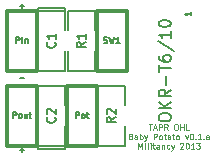
<source format=gto>
G04 (created by PCBNEW (2013-may-18)-stable) date Tue 01 Oct 2013 11:13:52 PM CDT*
%MOIN*%
G04 Gerber Fmt 3.4, Leading zero omitted, Abs format*
%FSLAX34Y34*%
G01*
G70*
G90*
G04 APERTURE LIST*
%ADD10C,0.006*%
%ADD11C,0.005*%
%ADD12C,0.00475*%
%ADD13C,0.012*%
%ADD14C,0.00590551*%
G04 APERTURE END LIST*
G54D10*
G54D11*
X14530Y-7292D02*
X14530Y-7407D01*
X14530Y-7350D02*
X14330Y-7350D01*
X14359Y-7369D01*
X14378Y-7388D01*
X14388Y-7407D01*
G54D12*
X13125Y-11036D02*
X13234Y-11036D01*
X13180Y-11226D02*
X13180Y-11036D01*
X13288Y-11172D02*
X13379Y-11172D01*
X13270Y-11226D02*
X13334Y-11036D01*
X13397Y-11226D01*
X13460Y-11226D02*
X13460Y-11036D01*
X13533Y-11036D01*
X13551Y-11045D01*
X13560Y-11055D01*
X13569Y-11073D01*
X13569Y-11100D01*
X13560Y-11118D01*
X13551Y-11127D01*
X13533Y-11136D01*
X13460Y-11136D01*
X13759Y-11226D02*
X13695Y-11136D01*
X13650Y-11226D02*
X13650Y-11036D01*
X13723Y-11036D01*
X13741Y-11045D01*
X13750Y-11055D01*
X13759Y-11073D01*
X13759Y-11100D01*
X13750Y-11118D01*
X13741Y-11127D01*
X13723Y-11136D01*
X13650Y-11136D01*
X14021Y-11036D02*
X14057Y-11036D01*
X14075Y-11045D01*
X14094Y-11064D01*
X14103Y-11100D01*
X14103Y-11163D01*
X14094Y-11199D01*
X14075Y-11217D01*
X14057Y-11226D01*
X14021Y-11226D01*
X14003Y-11217D01*
X13985Y-11199D01*
X13976Y-11163D01*
X13976Y-11100D01*
X13985Y-11064D01*
X14003Y-11045D01*
X14021Y-11036D01*
X14184Y-11226D02*
X14184Y-11036D01*
X14184Y-11127D02*
X14293Y-11127D01*
X14293Y-11226D02*
X14293Y-11036D01*
X14474Y-11226D02*
X14383Y-11226D01*
X14383Y-11036D01*
X12533Y-11440D02*
X12560Y-11449D01*
X12569Y-11458D01*
X12578Y-11477D01*
X12578Y-11504D01*
X12569Y-11522D01*
X12560Y-11531D01*
X12542Y-11540D01*
X12470Y-11540D01*
X12470Y-11350D01*
X12533Y-11350D01*
X12551Y-11359D01*
X12560Y-11368D01*
X12569Y-11386D01*
X12569Y-11404D01*
X12560Y-11422D01*
X12551Y-11431D01*
X12533Y-11440D01*
X12470Y-11440D01*
X12741Y-11540D02*
X12741Y-11440D01*
X12732Y-11422D01*
X12714Y-11413D01*
X12678Y-11413D01*
X12660Y-11422D01*
X12741Y-11531D02*
X12723Y-11540D01*
X12678Y-11540D01*
X12660Y-11531D01*
X12650Y-11513D01*
X12650Y-11495D01*
X12660Y-11477D01*
X12678Y-11468D01*
X12723Y-11468D01*
X12741Y-11458D01*
X12831Y-11540D02*
X12831Y-11350D01*
X12831Y-11422D02*
X12850Y-11413D01*
X12886Y-11413D01*
X12904Y-11422D01*
X12913Y-11431D01*
X12922Y-11449D01*
X12922Y-11504D01*
X12913Y-11522D01*
X12904Y-11531D01*
X12886Y-11540D01*
X12850Y-11540D01*
X12831Y-11531D01*
X12985Y-11413D02*
X13030Y-11540D01*
X13076Y-11413D02*
X13030Y-11540D01*
X13012Y-11585D01*
X13003Y-11594D01*
X12985Y-11603D01*
X13293Y-11540D02*
X13293Y-11350D01*
X13365Y-11350D01*
X13383Y-11359D01*
X13392Y-11368D01*
X13401Y-11386D01*
X13401Y-11413D01*
X13392Y-11431D01*
X13383Y-11440D01*
X13365Y-11449D01*
X13293Y-11449D01*
X13510Y-11540D02*
X13492Y-11531D01*
X13483Y-11522D01*
X13474Y-11504D01*
X13474Y-11449D01*
X13483Y-11431D01*
X13492Y-11422D01*
X13510Y-11413D01*
X13537Y-11413D01*
X13555Y-11422D01*
X13564Y-11431D01*
X13573Y-11449D01*
X13573Y-11504D01*
X13564Y-11522D01*
X13555Y-11531D01*
X13537Y-11540D01*
X13510Y-11540D01*
X13628Y-11413D02*
X13700Y-11413D01*
X13655Y-11350D02*
X13655Y-11513D01*
X13664Y-11531D01*
X13682Y-11540D01*
X13700Y-11540D01*
X13845Y-11540D02*
X13845Y-11440D01*
X13836Y-11422D01*
X13818Y-11413D01*
X13781Y-11413D01*
X13763Y-11422D01*
X13845Y-11531D02*
X13827Y-11540D01*
X13781Y-11540D01*
X13763Y-11531D01*
X13754Y-11513D01*
X13754Y-11495D01*
X13763Y-11477D01*
X13781Y-11468D01*
X13827Y-11468D01*
X13845Y-11458D01*
X13908Y-11413D02*
X13980Y-11413D01*
X13935Y-11350D02*
X13935Y-11513D01*
X13944Y-11531D01*
X13962Y-11540D01*
X13980Y-11540D01*
X14071Y-11540D02*
X14053Y-11531D01*
X14044Y-11522D01*
X14035Y-11504D01*
X14035Y-11449D01*
X14044Y-11431D01*
X14053Y-11422D01*
X14071Y-11413D01*
X14098Y-11413D01*
X14116Y-11422D01*
X14125Y-11431D01*
X14134Y-11449D01*
X14134Y-11504D01*
X14125Y-11522D01*
X14116Y-11531D01*
X14098Y-11540D01*
X14071Y-11540D01*
X14342Y-11413D02*
X14388Y-11540D01*
X14433Y-11413D01*
X14541Y-11350D02*
X14559Y-11350D01*
X14578Y-11359D01*
X14587Y-11368D01*
X14596Y-11386D01*
X14605Y-11422D01*
X14605Y-11468D01*
X14596Y-11504D01*
X14587Y-11522D01*
X14578Y-11531D01*
X14559Y-11540D01*
X14541Y-11540D01*
X14523Y-11531D01*
X14514Y-11522D01*
X14505Y-11504D01*
X14496Y-11468D01*
X14496Y-11422D01*
X14505Y-11386D01*
X14514Y-11368D01*
X14523Y-11359D01*
X14541Y-11350D01*
X14686Y-11522D02*
X14695Y-11531D01*
X14686Y-11540D01*
X14677Y-11531D01*
X14686Y-11522D01*
X14686Y-11540D01*
X14876Y-11540D02*
X14768Y-11540D01*
X14822Y-11540D02*
X14822Y-11350D01*
X14804Y-11377D01*
X14786Y-11395D01*
X14768Y-11404D01*
X14958Y-11522D02*
X14967Y-11531D01*
X14958Y-11540D01*
X14949Y-11531D01*
X14958Y-11522D01*
X14958Y-11540D01*
X15129Y-11540D02*
X15129Y-11440D01*
X15120Y-11422D01*
X15102Y-11413D01*
X15066Y-11413D01*
X15048Y-11422D01*
X15129Y-11531D02*
X15111Y-11540D01*
X15066Y-11540D01*
X15048Y-11531D01*
X15039Y-11513D01*
X15039Y-11495D01*
X15048Y-11477D01*
X15066Y-11468D01*
X15111Y-11468D01*
X15129Y-11458D01*
X12782Y-11853D02*
X12782Y-11663D01*
X12845Y-11799D01*
X12908Y-11663D01*
X12908Y-11853D01*
X12999Y-11853D02*
X12999Y-11727D01*
X12999Y-11663D02*
X12990Y-11672D01*
X12999Y-11682D01*
X13008Y-11672D01*
X12999Y-11663D01*
X12999Y-11682D01*
X13116Y-11853D02*
X13098Y-11844D01*
X13089Y-11826D01*
X13089Y-11663D01*
X13189Y-11853D02*
X13189Y-11727D01*
X13189Y-11663D02*
X13180Y-11672D01*
X13189Y-11682D01*
X13198Y-11672D01*
X13189Y-11663D01*
X13189Y-11682D01*
X13252Y-11727D02*
X13325Y-11727D01*
X13279Y-11663D02*
X13279Y-11826D01*
X13288Y-11844D01*
X13306Y-11853D01*
X13325Y-11853D01*
X13469Y-11853D02*
X13469Y-11754D01*
X13460Y-11736D01*
X13442Y-11727D01*
X13406Y-11727D01*
X13388Y-11736D01*
X13469Y-11844D02*
X13451Y-11853D01*
X13406Y-11853D01*
X13388Y-11844D01*
X13379Y-11826D01*
X13379Y-11808D01*
X13388Y-11790D01*
X13406Y-11781D01*
X13451Y-11781D01*
X13469Y-11772D01*
X13560Y-11727D02*
X13560Y-11853D01*
X13560Y-11745D02*
X13569Y-11736D01*
X13587Y-11727D01*
X13614Y-11727D01*
X13632Y-11736D01*
X13641Y-11754D01*
X13641Y-11853D01*
X13813Y-11844D02*
X13795Y-11853D01*
X13759Y-11853D01*
X13741Y-11844D01*
X13732Y-11835D01*
X13723Y-11817D01*
X13723Y-11763D01*
X13732Y-11745D01*
X13741Y-11736D01*
X13759Y-11727D01*
X13795Y-11727D01*
X13813Y-11736D01*
X13876Y-11727D02*
X13922Y-11853D01*
X13967Y-11727D02*
X13922Y-11853D01*
X13904Y-11899D01*
X13895Y-11908D01*
X13876Y-11917D01*
X14175Y-11682D02*
X14184Y-11672D01*
X14202Y-11663D01*
X14247Y-11663D01*
X14265Y-11672D01*
X14275Y-11682D01*
X14284Y-11700D01*
X14284Y-11718D01*
X14275Y-11745D01*
X14166Y-11853D01*
X14284Y-11853D01*
X14401Y-11663D02*
X14419Y-11663D01*
X14437Y-11672D01*
X14446Y-11682D01*
X14455Y-11700D01*
X14465Y-11736D01*
X14465Y-11781D01*
X14455Y-11817D01*
X14446Y-11835D01*
X14437Y-11844D01*
X14419Y-11853D01*
X14401Y-11853D01*
X14383Y-11844D01*
X14374Y-11835D01*
X14365Y-11817D01*
X14356Y-11781D01*
X14356Y-11736D01*
X14365Y-11700D01*
X14374Y-11682D01*
X14383Y-11672D01*
X14401Y-11663D01*
X14645Y-11853D02*
X14537Y-11853D01*
X14591Y-11853D02*
X14591Y-11663D01*
X14573Y-11691D01*
X14555Y-11709D01*
X14537Y-11718D01*
X14709Y-11663D02*
X14826Y-11663D01*
X14763Y-11736D01*
X14790Y-11736D01*
X14808Y-11745D01*
X14817Y-11754D01*
X14826Y-11772D01*
X14826Y-11817D01*
X14817Y-11835D01*
X14808Y-11844D01*
X14790Y-11853D01*
X14736Y-11853D01*
X14718Y-11844D01*
X14709Y-11835D01*
G54D11*
X8823Y-11904D02*
X8976Y-11904D01*
X8900Y-11980D02*
X8900Y-11828D01*
X8823Y-9504D02*
X8976Y-9504D01*
X8823Y-7104D02*
X8976Y-7104D01*
X8900Y-7180D02*
X8900Y-7028D01*
G54D13*
X9400Y-11750D02*
X8400Y-11750D01*
X8400Y-11750D02*
X8400Y-9750D01*
X8400Y-9750D02*
X9400Y-9750D01*
X9400Y-9750D02*
X9400Y-11750D01*
X8400Y-7250D02*
X9400Y-7250D01*
X9400Y-7250D02*
X9400Y-9250D01*
X9400Y-9250D02*
X8400Y-9250D01*
X8400Y-9250D02*
X8400Y-7250D01*
G54D11*
X10350Y-7250D02*
X10350Y-7150D01*
X10350Y-7150D02*
X9450Y-7150D01*
X9450Y-7150D02*
X9450Y-7250D01*
X10350Y-7250D02*
X9450Y-7250D01*
X9450Y-7250D02*
X9450Y-7900D01*
X10350Y-8600D02*
X10350Y-9250D01*
X10350Y-9250D02*
X9450Y-9250D01*
X9450Y-9250D02*
X9450Y-8600D01*
X10350Y-7900D02*
X10350Y-7250D01*
X9450Y-11750D02*
X9450Y-11850D01*
X9450Y-11850D02*
X10350Y-11850D01*
X10350Y-11850D02*
X10350Y-11750D01*
X9450Y-11750D02*
X10350Y-11750D01*
X10350Y-11750D02*
X10350Y-11100D01*
X9450Y-10400D02*
X9450Y-9750D01*
X9450Y-9750D02*
X10350Y-9750D01*
X10350Y-9750D02*
X10350Y-10400D01*
X9450Y-11100D02*
X9450Y-11750D01*
X12350Y-9750D02*
X11450Y-9750D01*
X11450Y-9750D02*
X11450Y-10400D01*
X12350Y-11100D02*
X12350Y-11750D01*
X12350Y-11750D02*
X11450Y-11750D01*
X11450Y-11750D02*
X11450Y-11100D01*
X12350Y-10400D02*
X12350Y-9750D01*
X10450Y-9250D02*
X11350Y-9250D01*
X11350Y-9250D02*
X11350Y-8600D01*
X10450Y-7900D02*
X10450Y-7250D01*
X10450Y-7250D02*
X11350Y-7250D01*
X11350Y-7250D02*
X11350Y-7900D01*
X10450Y-8600D02*
X10450Y-9250D01*
G54D13*
X12400Y-9250D02*
X11400Y-9250D01*
X11400Y-9250D02*
X11400Y-7250D01*
X11400Y-7250D02*
X12400Y-7250D01*
X12400Y-7250D02*
X12400Y-9250D01*
X11400Y-11750D02*
X10400Y-11750D01*
X10400Y-11750D02*
X10400Y-9750D01*
X10400Y-9750D02*
X11400Y-9750D01*
X11400Y-9750D02*
X11400Y-11750D01*
G54D11*
X8609Y-10830D02*
X8609Y-10630D01*
X8685Y-10630D01*
X8704Y-10640D01*
X8714Y-10650D01*
X8723Y-10669D01*
X8723Y-10697D01*
X8714Y-10716D01*
X8704Y-10726D01*
X8685Y-10735D01*
X8609Y-10735D01*
X8838Y-10830D02*
X8819Y-10821D01*
X8809Y-10811D01*
X8800Y-10792D01*
X8800Y-10735D01*
X8809Y-10716D01*
X8819Y-10707D01*
X8838Y-10697D01*
X8866Y-10697D01*
X8885Y-10707D01*
X8895Y-10716D01*
X8904Y-10735D01*
X8904Y-10792D01*
X8895Y-10811D01*
X8885Y-10821D01*
X8866Y-10830D01*
X8838Y-10830D01*
X9076Y-10697D02*
X9076Y-10830D01*
X8990Y-10697D02*
X8990Y-10802D01*
X9000Y-10821D01*
X9019Y-10830D01*
X9047Y-10830D01*
X9066Y-10821D01*
X9076Y-10811D01*
X9142Y-10697D02*
X9219Y-10697D01*
X9171Y-10630D02*
X9171Y-10802D01*
X9180Y-10821D01*
X9200Y-10830D01*
X9219Y-10830D01*
X8709Y-8330D02*
X8709Y-8130D01*
X8785Y-8130D01*
X8804Y-8140D01*
X8814Y-8150D01*
X8823Y-8169D01*
X8823Y-8197D01*
X8814Y-8216D01*
X8804Y-8226D01*
X8785Y-8235D01*
X8709Y-8235D01*
X8909Y-8330D02*
X8909Y-8197D01*
X8909Y-8130D02*
X8900Y-8140D01*
X8909Y-8150D01*
X8919Y-8140D01*
X8909Y-8130D01*
X8909Y-8150D01*
X9004Y-8197D02*
X9004Y-8330D01*
X9004Y-8216D02*
X9014Y-8207D01*
X9033Y-8197D01*
X9061Y-8197D01*
X9080Y-8207D01*
X9090Y-8226D01*
X9090Y-8330D01*
G54D14*
X13465Y-10843D02*
X13465Y-10768D01*
X13484Y-10731D01*
X13521Y-10693D01*
X13596Y-10674D01*
X13728Y-10674D01*
X13803Y-10693D01*
X13840Y-10731D01*
X13859Y-10768D01*
X13859Y-10843D01*
X13840Y-10881D01*
X13803Y-10918D01*
X13728Y-10937D01*
X13596Y-10937D01*
X13521Y-10918D01*
X13484Y-10881D01*
X13465Y-10843D01*
X13859Y-10506D02*
X13465Y-10506D01*
X13859Y-10281D02*
X13634Y-10449D01*
X13465Y-10281D02*
X13690Y-10506D01*
X13859Y-9887D02*
X13671Y-10018D01*
X13859Y-10112D02*
X13465Y-10112D01*
X13465Y-9962D01*
X13484Y-9924D01*
X13503Y-9906D01*
X13540Y-9887D01*
X13596Y-9887D01*
X13634Y-9906D01*
X13653Y-9924D01*
X13671Y-9962D01*
X13671Y-10112D01*
X13709Y-9718D02*
X13709Y-9418D01*
X13465Y-9287D02*
X13465Y-9062D01*
X13859Y-9175D02*
X13465Y-9175D01*
X13465Y-8762D02*
X13465Y-8837D01*
X13484Y-8875D01*
X13503Y-8893D01*
X13559Y-8931D01*
X13634Y-8950D01*
X13784Y-8950D01*
X13821Y-8931D01*
X13840Y-8912D01*
X13859Y-8875D01*
X13859Y-8800D01*
X13840Y-8762D01*
X13821Y-8743D01*
X13784Y-8725D01*
X13690Y-8725D01*
X13653Y-8743D01*
X13634Y-8762D01*
X13615Y-8800D01*
X13615Y-8875D01*
X13634Y-8912D01*
X13653Y-8931D01*
X13690Y-8950D01*
X13446Y-8275D02*
X13953Y-8612D01*
X13859Y-7937D02*
X13859Y-8162D01*
X13859Y-8050D02*
X13465Y-8050D01*
X13521Y-8087D01*
X13559Y-8125D01*
X13578Y-8162D01*
X13465Y-7693D02*
X13465Y-7656D01*
X13484Y-7618D01*
X13503Y-7600D01*
X13540Y-7581D01*
X13615Y-7562D01*
X13709Y-7562D01*
X13784Y-7581D01*
X13821Y-7600D01*
X13840Y-7618D01*
X13859Y-7656D01*
X13859Y-7693D01*
X13840Y-7731D01*
X13821Y-7750D01*
X13784Y-7768D01*
X13709Y-7787D01*
X13615Y-7787D01*
X13540Y-7768D01*
X13503Y-7750D01*
X13484Y-7731D01*
X13465Y-7693D01*
G54D11*
X9992Y-8300D02*
X10007Y-8314D01*
X10021Y-8357D01*
X10021Y-8385D01*
X10007Y-8428D01*
X9978Y-8457D01*
X9950Y-8471D01*
X9892Y-8485D01*
X9850Y-8485D01*
X9792Y-8471D01*
X9764Y-8457D01*
X9735Y-8428D01*
X9721Y-8385D01*
X9721Y-8357D01*
X9735Y-8314D01*
X9750Y-8300D01*
X10021Y-8014D02*
X10021Y-8185D01*
X10021Y-8100D02*
X9721Y-8100D01*
X9764Y-8128D01*
X9792Y-8157D01*
X9807Y-8185D01*
X9992Y-10800D02*
X10007Y-10814D01*
X10021Y-10857D01*
X10021Y-10885D01*
X10007Y-10928D01*
X9978Y-10957D01*
X9950Y-10971D01*
X9892Y-10985D01*
X9850Y-10985D01*
X9792Y-10971D01*
X9764Y-10957D01*
X9735Y-10928D01*
X9721Y-10885D01*
X9721Y-10857D01*
X9735Y-10814D01*
X9750Y-10800D01*
X9750Y-10685D02*
X9735Y-10671D01*
X9721Y-10642D01*
X9721Y-10571D01*
X9735Y-10542D01*
X9750Y-10528D01*
X9778Y-10514D01*
X9807Y-10514D01*
X9850Y-10528D01*
X10021Y-10700D01*
X10021Y-10514D01*
X12021Y-10800D02*
X11878Y-10900D01*
X12021Y-10971D02*
X11721Y-10971D01*
X11721Y-10857D01*
X11735Y-10828D01*
X11750Y-10814D01*
X11778Y-10800D01*
X11821Y-10800D01*
X11850Y-10814D01*
X11864Y-10828D01*
X11878Y-10857D01*
X11878Y-10971D01*
X11750Y-10685D02*
X11735Y-10671D01*
X11721Y-10642D01*
X11721Y-10571D01*
X11735Y-10542D01*
X11750Y-10528D01*
X11778Y-10514D01*
X11807Y-10514D01*
X11850Y-10528D01*
X12021Y-10700D01*
X12021Y-10514D01*
X11021Y-8300D02*
X10878Y-8400D01*
X11021Y-8471D02*
X10721Y-8471D01*
X10721Y-8357D01*
X10735Y-8328D01*
X10750Y-8314D01*
X10778Y-8300D01*
X10821Y-8300D01*
X10850Y-8314D01*
X10864Y-8328D01*
X10878Y-8357D01*
X10878Y-8471D01*
X11021Y-8014D02*
X11021Y-8185D01*
X11021Y-8100D02*
X10721Y-8100D01*
X10764Y-8128D01*
X10792Y-8157D01*
X10807Y-8185D01*
X11633Y-8321D02*
X11661Y-8330D01*
X11709Y-8330D01*
X11728Y-8321D01*
X11738Y-8311D01*
X11747Y-8292D01*
X11747Y-8273D01*
X11738Y-8254D01*
X11728Y-8245D01*
X11709Y-8235D01*
X11671Y-8226D01*
X11652Y-8216D01*
X11642Y-8207D01*
X11633Y-8188D01*
X11633Y-8169D01*
X11642Y-8150D01*
X11652Y-8140D01*
X11671Y-8130D01*
X11719Y-8130D01*
X11747Y-8140D01*
X11814Y-8130D02*
X11861Y-8330D01*
X11900Y-8188D01*
X11938Y-8330D01*
X11985Y-8130D01*
X12166Y-8330D02*
X12052Y-8330D01*
X12109Y-8330D02*
X12109Y-8130D01*
X12090Y-8159D01*
X12071Y-8178D01*
X12052Y-8188D01*
X10700Y-10835D02*
X10700Y-10625D01*
X10776Y-10625D01*
X10795Y-10635D01*
X10804Y-10645D01*
X10814Y-10665D01*
X10814Y-10695D01*
X10804Y-10715D01*
X10795Y-10725D01*
X10776Y-10735D01*
X10700Y-10735D01*
X10928Y-10835D02*
X10909Y-10825D01*
X10900Y-10815D01*
X10890Y-10795D01*
X10890Y-10735D01*
X10900Y-10715D01*
X10909Y-10705D01*
X10928Y-10695D01*
X10957Y-10695D01*
X10976Y-10705D01*
X10985Y-10715D01*
X10995Y-10735D01*
X10995Y-10795D01*
X10985Y-10815D01*
X10976Y-10825D01*
X10957Y-10835D01*
X10928Y-10835D01*
X11052Y-10695D02*
X11128Y-10695D01*
X11080Y-10625D02*
X11080Y-10805D01*
X11090Y-10825D01*
X11109Y-10835D01*
X11128Y-10835D01*
M02*

</source>
